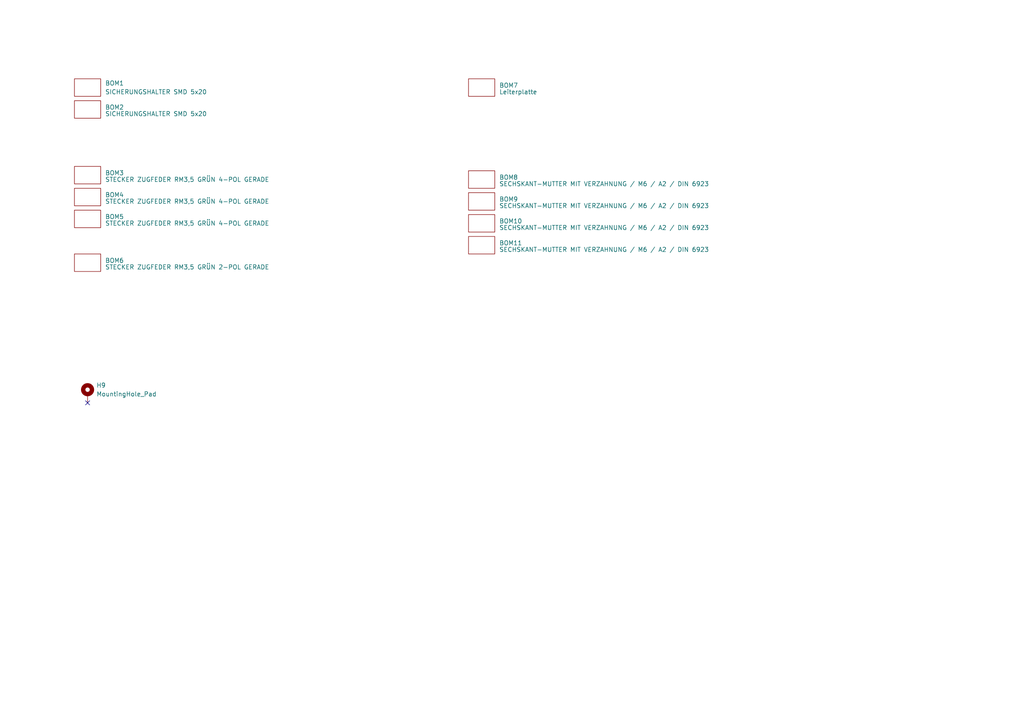
<source format=kicad_sch>
(kicad_sch
	(version 20250114)
	(generator "eeschema")
	(generator_version "9.0")
	(uuid "d2a2d163-13e4-4f1d-aa3d-79667ae6d2fb")
	(paper "A4")
	(lib_symbols
		(symbol "Mechanical:MountingHole_Pad"
			(pin_numbers
				(hide yes)
			)
			(pin_names
				(offset 1.016)
				(hide yes)
			)
			(exclude_from_sim yes)
			(in_bom no)
			(on_board yes)
			(property "Reference" "H"
				(at 0 6.35 0)
				(effects
					(font
						(size 1.27 1.27)
					)
				)
			)
			(property "Value" "MountingHole_Pad"
				(at 0 4.445 0)
				(effects
					(font
						(size 1.27 1.27)
					)
				)
			)
			(property "Footprint" ""
				(at 0 0 0)
				(effects
					(font
						(size 1.27 1.27)
					)
					(hide yes)
				)
			)
			(property "Datasheet" "~"
				(at 0 0 0)
				(effects
					(font
						(size 1.27 1.27)
					)
					(hide yes)
				)
			)
			(property "Description" "Mounting Hole with connection"
				(at 0 0 0)
				(effects
					(font
						(size 1.27 1.27)
					)
					(hide yes)
				)
			)
			(property "ki_keywords" "mounting hole"
				(at 0 0 0)
				(effects
					(font
						(size 1.27 1.27)
					)
					(hide yes)
				)
			)
			(property "ki_fp_filters" "MountingHole*Pad*"
				(at 0 0 0)
				(effects
					(font
						(size 1.27 1.27)
					)
					(hide yes)
				)
			)
			(symbol "MountingHole_Pad_0_1"
				(circle
					(center 0 1.27)
					(radius 1.27)
					(stroke
						(width 1.27)
						(type default)
					)
					(fill
						(type none)
					)
				)
			)
			(symbol "MountingHole_Pad_1_1"
				(pin input line
					(at 0 -2.54 90)
					(length 2.54)
					(name "1"
						(effects
							(font
								(size 1.27 1.27)
							)
						)
					)
					(number "1"
						(effects
							(font
								(size 1.27 1.27)
							)
						)
					)
				)
			)
			(embedded_fonts no)
		)
		(symbol "myBOM_Part:BOM-Part"
			(pin_numbers
				(hide yes)
			)
			(pin_names
				(offset 0)
				(hide yes)
			)
			(exclude_from_sim no)
			(in_bom yes)
			(on_board no)
			(property "Reference" "BOM"
				(at 0 0 0)
				(effects
					(font
						(size 1.27 1.27)
					)
				)
			)
			(property "Value" ""
				(at 0 0 0)
				(effects
					(font
						(size 1.27 1.27)
					)
				)
			)
			(property "Footprint" "myDummy:BOM-Dummy"
				(at 0 0 0)
				(effects
					(font
						(size 1.27 1.27)
					)
					(hide yes)
				)
			)
			(property "Datasheet" ""
				(at 0 0 0)
				(effects
					(font
						(size 1.27 1.27)
					)
					(hide yes)
				)
			)
			(property "Description" ""
				(at 0 0 0)
				(effects
					(font
						(size 1.27 1.27)
					)
					(hide yes)
				)
			)
			(symbol "BOM-Part_0_1"
				(rectangle
					(start -3.81 2.54)
					(end 3.81 -2.54)
					(stroke
						(width 0)
						(type default)
					)
					(fill
						(type none)
					)
				)
			)
			(embedded_fonts no)
		)
	)
	(no_connect
		(at 25.4 116.84)
		(uuid "9245115c-bb1d-4108-a8e3-fbdc234b3f22")
	)
	(symbol
		(lib_id "myBOM_Part:BOM-Part")
		(at 139.7 64.77 0)
		(unit 1)
		(exclude_from_sim no)
		(in_bom yes)
		(on_board yes)
		(dnp no)
		(fields_autoplaced yes)
		(uuid "34200ca7-24e4-4c21-baf7-9aa64778258b")
		(property "Reference" "BOM10"
			(at 144.78 64.1349 0)
			(effects
				(font
					(size 1.27 1.27)
				)
				(justify left)
			)
		)
		(property "Value" "SECHSKANT-MUTTER MIT VERZAHNUNG / M6 / A2 / DIN 6923"
			(at 144.78 66.04 0)
			(effects
				(font
					(size 1.27 1.27)
				)
				(justify left)
			)
		)
		(property "Footprint" "myBOM:BOM_PART_2x2mm"
			(at 139.7 64.77 0)
			(effects
				(font
					(size 1.27 1.27)
				)
				(hide yes)
			)
		)
		(property "Datasheet" ""
			(at 139.7 64.77 0)
			(effects
				(font
					(size 1.27 1.27)
				)
				(hide yes)
			)
		)
		(property "Description" "SECHSKANT-MUTTER MIT VERZAHNUNG / M6 / A2 / DIN 6923"
			(at 139.7 64.77 0)
			(effects
				(font
					(size 1.27 1.27)
				)
				(hide yes)
			)
		)
		(property "ECS Art#" "M589"
			(at 139.7 64.77 0)
			(effects
				(font
					(size 1.27 1.27)
				)
				(hide yes)
			)
		)
		(property "HAN" ""
			(at 139.7 64.77 0)
			(effects
				(font
					(size 1.27 1.27)
				)
				(hide yes)
			)
		)
		(property "Voltage" ""
			(at 139.7 64.77 0)
			(effects
				(font
					(size 1.27 1.27)
				)
				(hide yes)
			)
		)
		(property "Toleranz" ""
			(at 139.7 64.77 0)
			(effects
				(font
					(size 1.27 1.27)
				)
				(hide yes)
			)
		)
		(property "Hersteller" ""
			(at 139.7 64.77 0)
			(effects
				(font
					(size 1.27 1.27)
				)
				(hide yes)
			)
		)
		(instances
			(project "smartPro"
				(path "/bf1f8167-8e29-49cc-a467-dd9cc2c77246/4875905e-d35e-4049-a6aa-c7869d81fd32"
					(reference "BOM10")
					(unit 1)
				)
			)
		)
	)
	(symbol
		(lib_id "myBOM_Part:BOM-Part")
		(at 25.4 50.8 0)
		(unit 1)
		(exclude_from_sim no)
		(in_bom yes)
		(on_board yes)
		(dnp no)
		(fields_autoplaced yes)
		(uuid "3b1edae6-9a49-468b-9575-917881cfa914")
		(property "Reference" "BOM3"
			(at 30.48 50.1649 0)
			(effects
				(font
					(size 1.27 1.27)
				)
				(justify left)
			)
		)
		(property "Value" "STECKER ZUGFEDER RM3,5 GRÜN 4-POL GERADE"
			(at 30.48 52.07 0)
			(effects
				(font
					(size 1.27 1.27)
				)
				(justify left)
			)
		)
		(property "Footprint" "myBOM:BOM_PART_2x2mm"
			(at 25.4 50.8 0)
			(effects
				(font
					(size 1.27 1.27)
				)
				(hide yes)
			)
		)
		(property "Datasheet" "https://www.lcsc.com/datasheet/lcsc_datasheet_2111222030_Cixi-Kefa-Elec-KF2EDGKN-3-5-4P_C2923001.pdf"
			(at 25.4 50.8 0)
			(effects
				(font
					(size 1.27 1.27)
				)
				(hide yes)
			)
		)
		(property "Description" "STECKER ZUGFEDER RM3,5 GRÜN 4-POL GERADE"
			(at 25.4 50.8 0)
			(effects
				(font
					(size 1.27 1.27)
				)
				(hide yes)
			)
		)
		(property "ECS Art#" "CON592"
			(at 25.4 50.8 0)
			(effects
				(font
					(size 1.27 1.27)
				)
				(hide yes)
			)
		)
		(property "HAN" "KF2EDGKN-3.5-4P"
			(at 25.4 50.8 0)
			(effects
				(font
					(size 1.27 1.27)
				)
				(hide yes)
			)
		)
		(property "Voltage" ""
			(at 25.4 50.8 0)
			(effects
				(font
					(size 1.27 1.27)
				)
				(hide yes)
			)
		)
		(property "Toleranz" ""
			(at 25.4 50.8 0)
			(effects
				(font
					(size 1.27 1.27)
				)
				(hide yes)
			)
		)
		(property "Hersteller" "Cici"
			(at 25.4 50.8 0)
			(effects
				(font
					(size 1.27 1.27)
				)
				(hide yes)
			)
		)
		(instances
			(project "greenSmartSwitch"
				(path "/bf1f8167-8e29-49cc-a467-dd9cc2c77246/4875905e-d35e-4049-a6aa-c7869d81fd32"
					(reference "BOM3")
					(unit 1)
				)
			)
		)
	)
	(symbol
		(lib_id "myBOM_Part:BOM-Part")
		(at 139.7 71.12 0)
		(unit 1)
		(exclude_from_sim no)
		(in_bom yes)
		(on_board yes)
		(dnp no)
		(fields_autoplaced yes)
		(uuid "46da6a53-8e8f-4423-93b1-b65682c7fd58")
		(property "Reference" "BOM11"
			(at 144.78 70.4849 0)
			(effects
				(font
					(size 1.27 1.27)
				)
				(justify left)
			)
		)
		(property "Value" "SECHSKANT-MUTTER MIT VERZAHNUNG / M6 / A2 / DIN 6923"
			(at 144.78 72.39 0)
			(effects
				(font
					(size 1.27 1.27)
				)
				(justify left)
			)
		)
		(property "Footprint" "myBOM:BOM_PART_2x2mm"
			(at 139.7 71.12 0)
			(effects
				(font
					(size 1.27 1.27)
				)
				(hide yes)
			)
		)
		(property "Datasheet" ""
			(at 139.7 71.12 0)
			(effects
				(font
					(size 1.27 1.27)
				)
				(hide yes)
			)
		)
		(property "Description" "SECHSKANT-MUTTER MIT VERZAHNUNG / M6 / A2 / DIN 6923"
			(at 139.7 71.12 0)
			(effects
				(font
					(size 1.27 1.27)
				)
				(hide yes)
			)
		)
		(property "ECS Art#" "M589"
			(at 139.7 71.12 0)
			(effects
				(font
					(size 1.27 1.27)
				)
				(hide yes)
			)
		)
		(property "HAN" ""
			(at 139.7 71.12 0)
			(effects
				(font
					(size 1.27 1.27)
				)
				(hide yes)
			)
		)
		(property "Voltage" ""
			(at 139.7 71.12 0)
			(effects
				(font
					(size 1.27 1.27)
				)
				(hide yes)
			)
		)
		(property "Toleranz" ""
			(at 139.7 71.12 0)
			(effects
				(font
					(size 1.27 1.27)
				)
				(hide yes)
			)
		)
		(property "Hersteller" ""
			(at 139.7 71.12 0)
			(effects
				(font
					(size 1.27 1.27)
				)
				(hide yes)
			)
		)
		(instances
			(project "smartPro"
				(path "/bf1f8167-8e29-49cc-a467-dd9cc2c77246/4875905e-d35e-4049-a6aa-c7869d81fd32"
					(reference "BOM11")
					(unit 1)
				)
			)
		)
	)
	(symbol
		(lib_id "myBOM_Part:BOM-Part")
		(at 139.7 25.4 0)
		(unit 1)
		(exclude_from_sim no)
		(in_bom yes)
		(on_board yes)
		(dnp no)
		(fields_autoplaced yes)
		(uuid "4b9b21af-a34a-4336-aa7c-8aa0c8a915e5")
		(property "Reference" "BOM7"
			(at 144.78 24.7649 0)
			(effects
				(font
					(size 1.27 1.27)
				)
				(justify left)
			)
		)
		(property "Value" "Leiterplatte"
			(at 144.78 26.67 0)
			(effects
				(font
					(size 1.27 1.27)
				)
				(justify left)
			)
		)
		(property "Footprint" "myBOM:BOM_PART_2x2mm"
			(at 139.7 25.4 0)
			(effects
				(font
					(size 1.27 1.27)
				)
				(hide yes)
			)
		)
		(property "Datasheet" ""
			(at 139.7 25.4 0)
			(effects
				(font
					(size 1.27 1.27)
				)
				(hide yes)
			)
		)
		(property "Description" "ECS_SMART_SWITCH_LP"
			(at 139.7 25.4 0)
			(effects
				(font
					(size 1.27 1.27)
				)
				(hide yes)
			)
		)
		(property "ECS Art#" "PT090"
			(at 139.7 25.4 0)
			(effects
				(font
					(size 1.27 1.27)
				)
				(hide yes)
			)
		)
		(property "HAN" ""
			(at 139.7 25.4 0)
			(effects
				(font
					(size 1.27 1.27)
				)
				(hide yes)
			)
		)
		(property "Voltage" ""
			(at 139.7 25.4 0)
			(effects
				(font
					(size 1.27 1.27)
				)
				(hide yes)
			)
		)
		(property "Toleranz" ""
			(at 139.7 25.4 0)
			(effects
				(font
					(size 1.27 1.27)
				)
				(hide yes)
			)
		)
		(property "Hersteller" ""
			(at 139.7 25.4 0)
			(effects
				(font
					(size 1.27 1.27)
				)
				(hide yes)
			)
		)
		(instances
			(project "greenSmartSwitch"
				(path "/bf1f8167-8e29-49cc-a467-dd9cc2c77246/4875905e-d35e-4049-a6aa-c7869d81fd32"
					(reference "BOM7")
					(unit 1)
				)
			)
		)
	)
	(symbol
		(lib_id "myBOM_Part:BOM-Part")
		(at 139.7 52.07 0)
		(unit 1)
		(exclude_from_sim no)
		(in_bom yes)
		(on_board yes)
		(dnp no)
		(fields_autoplaced yes)
		(uuid "5f9126a2-02d5-448c-ada2-9bc46a111da9")
		(property "Reference" "BOM8"
			(at 144.78 51.4349 0)
			(effects
				(font
					(size 1.27 1.27)
				)
				(justify left)
			)
		)
		(property "Value" "SECHSKANT-MUTTER MIT VERZAHNUNG / M6 / A2 / DIN 6923"
			(at 144.78 53.34 0)
			(effects
				(font
					(size 1.27 1.27)
				)
				(justify left)
			)
		)
		(property "Footprint" "myBOM:BOM_PART_2x2mm"
			(at 139.7 52.07 0)
			(effects
				(font
					(size 1.27 1.27)
				)
				(hide yes)
			)
		)
		(property "Datasheet" ""
			(at 139.7 52.07 0)
			(effects
				(font
					(size 1.27 1.27)
				)
				(hide yes)
			)
		)
		(property "Description" "SECHSKANT-MUTTER MIT VERZAHNUNG / M6 / A2 / DIN 6923"
			(at 139.7 52.07 0)
			(effects
				(font
					(size 1.27 1.27)
				)
				(hide yes)
			)
		)
		(property "ECS Art#" "M589"
			(at 139.7 52.07 0)
			(effects
				(font
					(size 1.27 1.27)
				)
				(hide yes)
			)
		)
		(property "HAN" ""
			(at 139.7 52.07 0)
			(effects
				(font
					(size 1.27 1.27)
				)
				(hide yes)
			)
		)
		(property "Voltage" ""
			(at 139.7 52.07 0)
			(effects
				(font
					(size 1.27 1.27)
				)
				(hide yes)
			)
		)
		(property "Toleranz" ""
			(at 139.7 52.07 0)
			(effects
				(font
					(size 1.27 1.27)
				)
				(hide yes)
			)
		)
		(property "Hersteller" ""
			(at 139.7 52.07 0)
			(effects
				(font
					(size 1.27 1.27)
				)
				(hide yes)
			)
		)
		(instances
			(project "smartPro"
				(path "/bf1f8167-8e29-49cc-a467-dd9cc2c77246/4875905e-d35e-4049-a6aa-c7869d81fd32"
					(reference "BOM8")
					(unit 1)
				)
			)
		)
	)
	(symbol
		(lib_id "Mechanical:MountingHole_Pad")
		(at 25.4 114.3 0)
		(unit 1)
		(exclude_from_sim yes)
		(in_bom no)
		(on_board yes)
		(dnp no)
		(fields_autoplaced yes)
		(uuid "64eab666-6449-4ddc-b6ea-8ddf6dce9762")
		(property "Reference" "H9"
			(at 27.94 111.7599 0)
			(effects
				(font
					(size 1.27 1.27)
				)
				(justify left)
			)
		)
		(property "Value" "MountingHole_Pad"
			(at 27.94 114.2999 0)
			(effects
				(font
					(size 1.27 1.27)
				)
				(justify left)
			)
		)
		(property "Footprint" "MountingHole:MountingHole_4.3mm_M4_DIN965_Pad"
			(at 25.4 114.3 0)
			(effects
				(font
					(size 1.27 1.27)
				)
				(hide yes)
			)
		)
		(property "Datasheet" "~"
			(at 25.4 114.3 0)
			(effects
				(font
					(size 1.27 1.27)
				)
				(hide yes)
			)
		)
		(property "Description" "Mounting Hole with connection"
			(at 25.4 114.3 0)
			(effects
				(font
					(size 1.27 1.27)
				)
				(hide yes)
			)
		)
		(pin "1"
			(uuid "ac44c1fc-a127-40ef-8928-2623fe9de048")
		)
		(instances
			(project "smartPro"
				(path "/bf1f8167-8e29-49cc-a467-dd9cc2c77246/4875905e-d35e-4049-a6aa-c7869d81fd32"
					(reference "H9")
					(unit 1)
				)
			)
		)
	)
	(symbol
		(lib_id "myBOM_Part:BOM-Part")
		(at 139.7 58.42 0)
		(unit 1)
		(exclude_from_sim no)
		(in_bom yes)
		(on_board yes)
		(dnp no)
		(fields_autoplaced yes)
		(uuid "94da1eae-d16a-47f0-9675-3f63c22f6867")
		(property "Reference" "BOM9"
			(at 144.78 57.7849 0)
			(effects
				(font
					(size 1.27 1.27)
				)
				(justify left)
			)
		)
		(property "Value" "SECHSKANT-MUTTER MIT VERZAHNUNG / M6 / A2 / DIN 6923"
			(at 144.78 59.69 0)
			(effects
				(font
					(size 1.27 1.27)
				)
				(justify left)
			)
		)
		(property "Footprint" "myBOM:BOM_PART_2x2mm"
			(at 139.7 58.42 0)
			(effects
				(font
					(size 1.27 1.27)
				)
				(hide yes)
			)
		)
		(property "Datasheet" ""
			(at 139.7 58.42 0)
			(effects
				(font
					(size 1.27 1.27)
				)
				(hide yes)
			)
		)
		(property "Description" "SECHSKANT-MUTTER MIT VERZAHNUNG / M6 / A2 / DIN 6923"
			(at 139.7 58.42 0)
			(effects
				(font
					(size 1.27 1.27)
				)
				(hide yes)
			)
		)
		(property "ECS Art#" "M589"
			(at 139.7 58.42 0)
			(effects
				(font
					(size 1.27 1.27)
				)
				(hide yes)
			)
		)
		(property "HAN" ""
			(at 139.7 58.42 0)
			(effects
				(font
					(size 1.27 1.27)
				)
				(hide yes)
			)
		)
		(property "Voltage" ""
			(at 139.7 58.42 0)
			(effects
				(font
					(size 1.27 1.27)
				)
				(hide yes)
			)
		)
		(property "Toleranz" ""
			(at 139.7 58.42 0)
			(effects
				(font
					(size 1.27 1.27)
				)
				(hide yes)
			)
		)
		(property "Hersteller" ""
			(at 139.7 58.42 0)
			(effects
				(font
					(size 1.27 1.27)
				)
				(hide yes)
			)
		)
		(instances
			(project "smartPro"
				(path "/bf1f8167-8e29-49cc-a467-dd9cc2c77246/4875905e-d35e-4049-a6aa-c7869d81fd32"
					(reference "BOM9")
					(unit 1)
				)
			)
		)
	)
	(symbol
		(lib_id "myBOM_Part:BOM-Part")
		(at 25.4 31.75 0)
		(unit 1)
		(exclude_from_sim no)
		(in_bom yes)
		(on_board yes)
		(dnp no)
		(fields_autoplaced yes)
		(uuid "9a77df8c-b0c0-4ce7-a108-fd8d16d413f3")
		(property "Reference" "BOM2"
			(at 30.48 31.1149 0)
			(effects
				(font
					(size 1.27 1.27)
				)
				(justify left)
			)
		)
		(property "Value" "SICHERUNGSHALTER SMD 5x20"
			(at 30.48 33.02 0)
			(effects
				(font
					(size 1.27 1.27)
				)
				(justify left)
			)
		)
		(property "Footprint" "myBOM:BOM_PART_2x2mm"
			(at 25.4 31.75 0)
			(effects
				(font
					(size 1.27 1.27)
				)
				(hide yes)
			)
		)
		(property "Datasheet" "https://shopapi.schukat.com/medias/typ-OGN.pdf?context=bWFzdGVyfHBpbWFzc2V0c3w1MDMzMzZ8YXBwbGljYXRpb24vcGRmfGFEYzBMMmhrTWk4eE1EUTNOVFEzTXpRek5qY3dNaTkwZVhCZlQwZE9MbkJrWmd8Mjg4NGY1YzRmZWU5YjM2YzY0MWZmYmZlYmEzOTNkZjk5YzQyYTRmOWZkOWZjZDBiNjZkMmZiM2QzMWY3ODhiNQ&_gl=1*1v30h1u*_gcl_au*NDkwMDc0NzYyLjE3MzU3MjkyODQ."
			(at 25.4 31.75 0)
			(effects
				(font
					(size 1.27 1.27)
				)
				(hide yes)
			)
		)
		(property "Description" ""
			(at 25.4 31.75 0)
			(effects
				(font
					(size 1.27 1.27)
				)
				(hide yes)
			)
		)
		(property "ECS Art#" "EM469"
			(at 25.4 31.75 0)
			(effects
				(font
					(size 1.27 1.27)
				)
				(hide yes)
			)
		)
		(property "HAN" "0031.8221"
			(at 25.4 31.75 0)
			(effects
				(font
					(size 1.27 1.27)
				)
				(hide yes)
			)
		)
		(property "Voltage" ""
			(at 25.4 31.75 0)
			(effects
				(font
					(size 1.27 1.27)
				)
				(hide yes)
			)
		)
		(property "Toleranz" ""
			(at 25.4 31.75 0)
			(effects
				(font
					(size 1.27 1.27)
				)
				(hide yes)
			)
		)
		(property "Hersteller" "Schurter"
			(at 25.4 31.75 0)
			(effects
				(font
					(size 1.27 1.27)
				)
				(hide yes)
			)
		)
		(instances
			(project "greenSmartSwitch"
				(path "/bf1f8167-8e29-49cc-a467-dd9cc2c77246/4875905e-d35e-4049-a6aa-c7869d81fd32"
					(reference "BOM2")
					(unit 1)
				)
			)
		)
	)
	(symbol
		(lib_id "myBOM_Part:BOM-Part")
		(at 25.4 57.15 0)
		(unit 1)
		(exclude_from_sim no)
		(in_bom yes)
		(on_board yes)
		(dnp no)
		(fields_autoplaced yes)
		(uuid "b9323593-7eaa-4655-b02b-2825538f14c1")
		(property "Reference" "BOM4"
			(at 30.48 56.5149 0)
			(effects
				(font
					(size 1.27 1.27)
				)
				(justify left)
			)
		)
		(property "Value" "STECKER ZUGFEDER RM3,5 GRÜN 4-POL GERADE"
			(at 30.48 58.42 0)
			(effects
				(font
					(size 1.27 1.27)
				)
				(justify left)
			)
		)
		(property "Footprint" "myBOM:BOM_PART_2x2mm"
			(at 25.4 57.15 0)
			(effects
				(font
					(size 1.27 1.27)
				)
				(hide yes)
			)
		)
		(property "Datasheet" "https://www.lcsc.com/datasheet/lcsc_datasheet_2111222030_Cixi-Kefa-Elec-KF2EDGKN-3-5-4P_C2923001.pdf"
			(at 25.4 57.15 0)
			(effects
				(font
					(size 1.27 1.27)
				)
				(hide yes)
			)
		)
		(property "Description" "STECKER ZUGFEDER RM3,5 GRÜN 4-POL GERADE"
			(at 25.4 57.15 0)
			(effects
				(font
					(size 1.27 1.27)
				)
				(hide yes)
			)
		)
		(property "ECS Art#" "CON592"
			(at 25.4 57.15 0)
			(effects
				(font
					(size 1.27 1.27)
				)
				(hide yes)
			)
		)
		(property "HAN" "KF2EDGKN-3.5-4P"
			(at 25.4 57.15 0)
			(effects
				(font
					(size 1.27 1.27)
				)
				(hide yes)
			)
		)
		(property "Voltage" ""
			(at 25.4 57.15 0)
			(effects
				(font
					(size 1.27 1.27)
				)
				(hide yes)
			)
		)
		(property "Toleranz" ""
			(at 25.4 57.15 0)
			(effects
				(font
					(size 1.27 1.27)
				)
				(hide yes)
			)
		)
		(property "Hersteller" "Cici"
			(at 25.4 57.15 0)
			(effects
				(font
					(size 1.27 1.27)
				)
				(hide yes)
			)
		)
		(instances
			(project "greenSmartSwitch"
				(path "/bf1f8167-8e29-49cc-a467-dd9cc2c77246/4875905e-d35e-4049-a6aa-c7869d81fd32"
					(reference "BOM4")
					(unit 1)
				)
			)
		)
	)
	(symbol
		(lib_id "myBOM_Part:BOM-Part")
		(at 25.4 63.5 0)
		(unit 1)
		(exclude_from_sim no)
		(in_bom yes)
		(on_board yes)
		(dnp no)
		(fields_autoplaced yes)
		(uuid "de01e9d5-c9c5-4266-ae28-85fc98121fa8")
		(property "Reference" "BOM5"
			(at 30.48 62.8649 0)
			(effects
				(font
					(size 1.27 1.27)
				)
				(justify left)
			)
		)
		(property "Value" "STECKER ZUGFEDER RM3,5 GRÜN 4-POL GERADE"
			(at 30.48 64.77 0)
			(effects
				(font
					(size 1.27 1.27)
				)
				(justify left)
			)
		)
		(property "Footprint" "myBOM:BOM_PART_2x2mm"
			(at 25.4 63.5 0)
			(effects
				(font
					(size 1.27 1.27)
				)
				(hide yes)
			)
		)
		(property "Datasheet" "https://www.lcsc.com/datasheet/lcsc_datasheet_2111222030_Cixi-Kefa-Elec-KF2EDGKN-3-5-4P_C2923001.pdf"
			(at 25.4 63.5 0)
			(effects
				(font
					(size 1.27 1.27)
				)
				(hide yes)
			)
		)
		(property "Description" "STECKER ZUGFEDER RM3,5 GRÜN 4-POL GERADE"
			(at 25.4 63.5 0)
			(effects
				(font
					(size 1.27 1.27)
				)
				(hide yes)
			)
		)
		(property "ECS Art#" "CON592"
			(at 25.4 63.5 0)
			(effects
				(font
					(size 1.27 1.27)
				)
				(hide yes)
			)
		)
		(property "HAN" "KF2EDGKN-3.5-4P"
			(at 25.4 63.5 0)
			(effects
				(font
					(size 1.27 1.27)
				)
				(hide yes)
			)
		)
		(property "Voltage" ""
			(at 25.4 63.5 0)
			(effects
				(font
					(size 1.27 1.27)
				)
				(hide yes)
			)
		)
		(property "Toleranz" ""
			(at 25.4 63.5 0)
			(effects
				(font
					(size 1.27 1.27)
				)
				(hide yes)
			)
		)
		(property "Hersteller" "Cici"
			(at 25.4 63.5 0)
			(effects
				(font
					(size 1.27 1.27)
				)
				(hide yes)
			)
		)
		(instances
			(project "greenSmartSwitch"
				(path "/bf1f8167-8e29-49cc-a467-dd9cc2c77246/4875905e-d35e-4049-a6aa-c7869d81fd32"
					(reference "BOM5")
					(unit 1)
				)
			)
		)
	)
	(symbol
		(lib_id "myBOM_Part:BOM-Part")
		(at 25.4 25.4 180)
		(unit 1)
		(exclude_from_sim no)
		(in_bom yes)
		(on_board yes)
		(dnp no)
		(fields_autoplaced yes)
		(uuid "e64363a9-72c2-4668-ae9d-e85af351ba12")
		(property "Reference" "BOM1"
			(at 30.48 24.1299 0)
			(effects
				(font
					(size 1.27 1.27)
				)
				(justify right)
			)
		)
		(property "Value" "SICHERUNGSHALTER SMD 5x20"
			(at 30.48 26.6699 0)
			(effects
				(font
					(size 1.27 1.27)
				)
				(justify right)
			)
		)
		(property "Footprint" "myBOM:BOM_PART_2x2mm"
			(at 25.4 25.4 0)
			(effects
				(font
					(size 1.27 1.27)
				)
				(hide yes)
			)
		)
		(property "Datasheet" "https://shopapi.schukat.com/medias/typ-OGN.pdf?context=bWFzdGVyfHBpbWFzc2V0c3w1MDMzMzZ8YXBwbGljYXRpb24vcGRmfGFEYzBMMmhrTWk4eE1EUTNOVFEzTXpRek5qY3dNaTkwZVhCZlQwZE9MbkJrWmd8Mjg4NGY1YzRmZWU5YjM2YzY0MWZmYmZlYmEzOTNkZjk5YzQyYTRmOWZkOWZjZDBiNjZkMmZiM2QzMWY3ODhiNQ&_gl=1*1v30h1u*_gcl_au*NDkwMDc0NzYyLjE3MzU3MjkyODQ."
			(at 25.4 25.4 0)
			(effects
				(font
					(size 1.27 1.27)
				)
				(hide yes)
			)
		)
		(property "Description" ""
			(at 25.4 25.4 0)
			(effects
				(font
					(size 1.27 1.27)
				)
				(hide yes)
			)
		)
		(property "ECS Art#" "EM469"
			(at 25.4 25.4 0)
			(effects
				(font
					(size 1.27 1.27)
				)
				(hide yes)
			)
		)
		(property "HAN" "0031.8221"
			(at 25.4 25.4 0)
			(effects
				(font
					(size 1.27 1.27)
				)
				(hide yes)
			)
		)
		(property "Voltage" ""
			(at 25.4 25.4 0)
			(effects
				(font
					(size 1.27 1.27)
				)
				(hide yes)
			)
		)
		(property "Toleranz" ""
			(at 25.4 25.4 0)
			(effects
				(font
					(size 1.27 1.27)
				)
				(hide yes)
			)
		)
		(property "Hersteller" "Schurter"
			(at 25.4 25.4 0)
			(effects
				(font
					(size 1.27 1.27)
				)
				(hide yes)
			)
		)
		(instances
			(project ""
				(path "/bf1f8167-8e29-49cc-a467-dd9cc2c77246/4875905e-d35e-4049-a6aa-c7869d81fd32"
					(reference "BOM1")
					(unit 1)
				)
			)
		)
	)
	(symbol
		(lib_id "myBOM_Part:BOM-Part")
		(at 25.4 76.2 0)
		(unit 1)
		(exclude_from_sim no)
		(in_bom yes)
		(on_board yes)
		(dnp no)
		(fields_autoplaced yes)
		(uuid "fdfa8543-b973-4844-9972-e1f09a394bdc")
		(property "Reference" "BOM6"
			(at 30.48 75.5649 0)
			(effects
				(font
					(size 1.27 1.27)
				)
				(justify left)
			)
		)
		(property "Value" "STECKER ZUGFEDER RM3,5 GRÜN 2-POL GERADE"
			(at 30.48 77.47 0)
			(effects
				(font
					(size 1.27 1.27)
				)
				(justify left)
			)
		)
		(property "Footprint" "myBOM:BOM_PART_2x2mm"
			(at 25.4 76.2 0)
			(effects
				(font
					(size 1.27 1.27)
				)
				(hide yes)
			)
		)
		(property "Datasheet" "https://www.lcsc.com/datasheet/lcsc_datasheet_2111222030_Cixi-Kefa-Elec-KF2EDGKN-3-5-2P_C2922999.pdf"
			(at 25.4 76.2 0)
			(effects
				(font
					(size 1.27 1.27)
				)
				(hide yes)
			)
		)
		(property "Description" "STECKER ZUGFEDER RM3,5 GRÜN 2-POL GERADE"
			(at 25.4 76.2 0)
			(effects
				(font
					(size 1.27 1.27)
				)
				(hide yes)
			)
		)
		(property "ECS Art#" "CON181"
			(at 25.4 76.2 0)
			(effects
				(font
					(size 1.27 1.27)
				)
				(hide yes)
			)
		)
		(property "HAN" "KF2EDGKN-3.5-2P"
			(at 25.4 76.2 0)
			(effects
				(font
					(size 1.27 1.27)
				)
				(hide yes)
			)
		)
		(property "Voltage" ""
			(at 25.4 76.2 0)
			(effects
				(font
					(size 1.27 1.27)
				)
				(hide yes)
			)
		)
		(property "Toleranz" ""
			(at 25.4 76.2 0)
			(effects
				(font
					(size 1.27 1.27)
				)
				(hide yes)
			)
		)
		(property "Hersteller" "Cici"
			(at 25.4 76.2 0)
			(effects
				(font
					(size 1.27 1.27)
				)
				(hide yes)
			)
		)
		(instances
			(project "greenSmartSwitch"
				(path "/bf1f8167-8e29-49cc-a467-dd9cc2c77246/4875905e-d35e-4049-a6aa-c7869d81fd32"
					(reference "BOM6")
					(unit 1)
				)
			)
		)
	)
)

</source>
